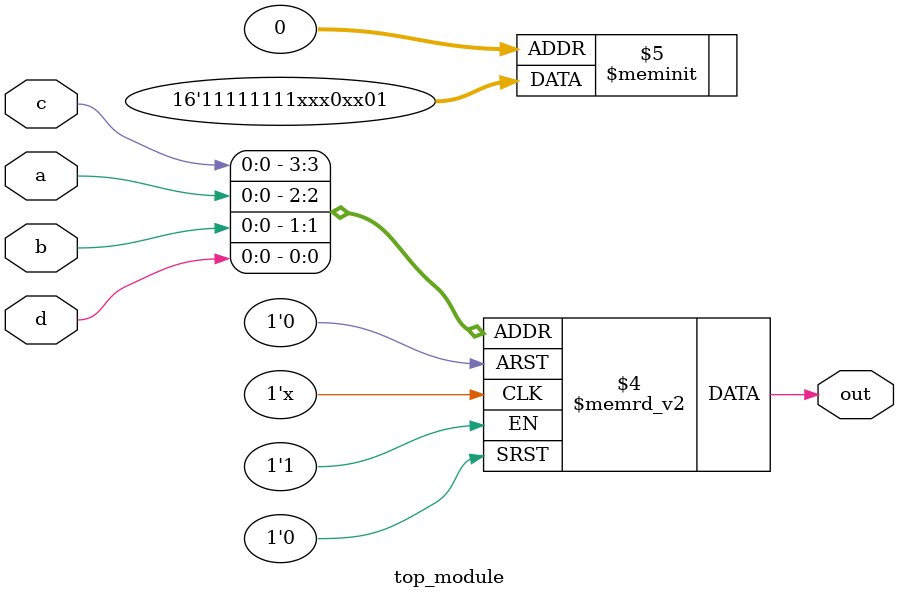
<source format=sv>
module top_module (
    input a, 
    input b,
    input c,
    input d,
    output reg out
);

always @(*)
begin
    case({c, a, b, d}) // Rearranged the order of input variables to match the Karnaugh map
        4'b0000: out = 1'b1;
        4'b0001: out = 1'b0;
        4'b0010: out = 1'bx;
        4'b0011: out = 1'bx;
        4'b0100: out = 1'b0;
        4'b0101: out = 1'bx; // Changed the output value for this combination to 'x'
        4'b0110: out = 1'bx;
        4'b0111: out = 1'bx;
        4'b1000: out = 1'b1;
        4'b1001: out = 1'b1;
        4'b1010: out = 1'b1;
        4'b1011: out = 1'b1;
        4'b1100: out = 1'b1;
        4'b1101: out = 1'b1;
        4'b1110: out = 1'b1;
        default: out = 1'b1;
    endcase
end

endmodule

</source>
